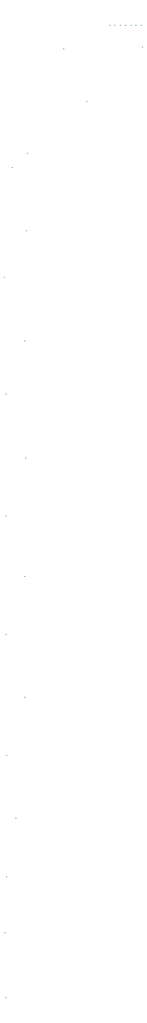
<source format=gbr>
%TF.GenerationSoftware,KiCad,Pcbnew,8.0.2*%
%TF.CreationDate,2025-02-02T12:40:53+01:00*%
%TF.ProjectId,FT25_AMS_VSENS,46543235-5f41-44d5-935f-5653454e532e,rev?*%
%TF.SameCoordinates,Original*%
%TF.FileFunction,Plated,1,4,PTH,Drill*%
%TF.FilePolarity,Positive*%
%FSLAX46Y46*%
G04 Gerber Fmt 4.6, Leading zero omitted, Abs format (unit mm)*
G04 Created by KiCad (PCBNEW 8.0.2) date 2025-02-02 12:40:53*
%MOMM*%
%LPD*%
G01*
G04 APERTURE LIST*
%TA.AperFunction,ViaDrill*%
%ADD10C,0.300000*%
%TD*%
G04 APERTURE END LIST*
D10*
X197150000Y-91250000D03*
X197300000Y-216100000D03*
X197500000Y-136700000D03*
X197500000Y-159300000D03*
X197500000Y-228500000D03*
X197550000Y-113450000D03*
X197600000Y-182300000D03*
X197600000Y-205400000D03*
X198718423Y-70342190D03*
X199400000Y-194287500D03*
X201100000Y-103300000D03*
X201100000Y-148200000D03*
X201100000Y-171200000D03*
X201200000Y-125700000D03*
X201425000Y-82300000D03*
X201605503Y-67621559D03*
X208500000Y-47700000D03*
X212900000Y-57650000D03*
X217300000Y-43200000D03*
X218300000Y-43200000D03*
X219400000Y-43200000D03*
X220400000Y-43200000D03*
X221400000Y-43200000D03*
X222300000Y-43200000D03*
X223300000Y-43200000D03*
X223600000Y-47400000D03*
M02*

</source>
